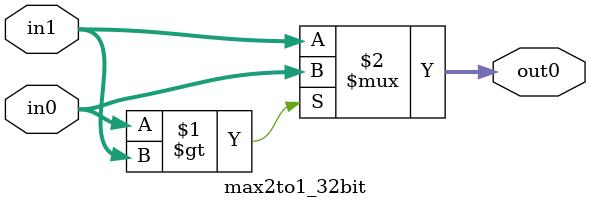
<source format=v>
`timescale 1ns / 1ps

module max4to1_32bit(
    input wire [31:0] in0, in1, in2, in3,
    output wire [31:0] out0
    );
    wire [31:0] w0, w1;
    
    max2to1_32bit max0(.in0(in0),  .in1(in1),  .out0(w0));
    max2to1_32bit max1(.in0(in2),  .in1(in3),  .out0(w1));
    max2to1_32bit max2(.in0(w0),   .in1(w1),   .out0(out0));
endmodule

module max4to1_2bit(
    input wire [1:0] in0, in1, in2, in3,
    output wire [1:0] out0
    );
    wire [1:0] w0, w1;
    assign w0   = (in0>in1) ? in0 : in1;
    assign w1   = (in2>in3) ? in2 : in3;
    assign out0 = (w1>w0)   ?  w1 : w0;
endmodule

module min4to1_2bit(
    input wire [1:0] in0, in1, in2, in3,
    output wire [1:0] out0
    );
    wire [1:0] w0, w1;
    assign w0   = (in0<in1) ? in0 : in1;
    assign w1   = (in2<in3) ? in2 : in3;
    assign out0 = (w1<w0)   ?  w1 : w0;
endmodule

module min4to2_2bit(
    input wire [1:0] in0, in1, in2, in3,
    output wire [1:0] out0, out1
    );
    wire [1:0] w0, w1, w2, w3, w4, w5, w6, w7;
    comp_2bit    comp0  (.in0(in0), .in1(in1), .out0(w1), .out1(w0));
    comp_2bit    comp1  (.in0(w1),  .in1(in2), .out0(w3), .out1(w2));
    comp_2bit    comp2  (.in0(w3),  .in1(in3), .out0(w5), .out1(w4));
    min2to1_2bit min0   (.in0(w4),  .in1(w2),  .out0(w6));
    min2to1_2bit min1   (.in0(w0),  .in1(w6),  .out0(w7));
    
    assign out0 = w5; // nilai terendah
    assign out1 = w7; // nilai terendah kedua
endmodule

module comp_2bit(
    input [1:0] in0, in1,
    output [1:0] out0, out1
    );
    assign out0 = (in0<in1) ? in0 : in1; // nilai rendah
    assign out1 = (in0<in1) ? in1 : in0; // nilai tinggi
endmodule

module min2to1_2bit(
    input [1:0] in0, in1,
    output [1:0] out0
    );
    assign out0 = (in0<in1) ? in0 : in1;
endmodule

module max2to1_32bit(
    input signed [31:0] in0, in1,
    output signed [31:0] out0
    );
    assign out0 = (in0 > in1)? in0 : in1;
endmodule

</source>
